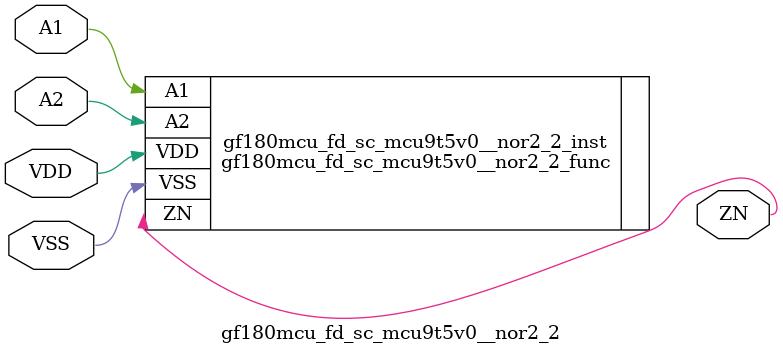
<source format=v>

module gf180mcu_fd_sc_mcu9t5v0__nor2_2( A2, ZN, A1, VDD, VSS );
input A1, A2;
inout VDD, VSS;
output ZN;

   `ifdef FUNCTIONAL  //  functional //

	gf180mcu_fd_sc_mcu9t5v0__nor2_2_func gf180mcu_fd_sc_mcu9t5v0__nor2_2_behav_inst(.A2(A2),.ZN(ZN),.A1(A1),.VDD(VDD),.VSS(VSS));

   `else

	gf180mcu_fd_sc_mcu9t5v0__nor2_2_func gf180mcu_fd_sc_mcu9t5v0__nor2_2_inst(.A2(A2),.ZN(ZN),.A1(A1),.VDD(VDD),.VSS(VSS));

	// spec_gates_begin


	// spec_gates_end



   specify

	// specify_block_begin

	// comb arc A1 --> ZN
	 (A1 => ZN) = (1.0,1.0);

	// comb arc A2 --> ZN
	 (A2 => ZN) = (1.0,1.0);

	// specify_block_end

   endspecify

   `endif

endmodule

</source>
